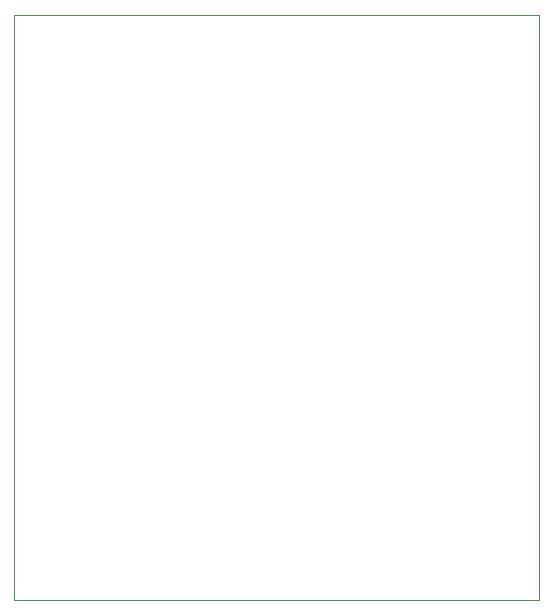
<source format=gbr>
%TF.GenerationSoftware,KiCad,Pcbnew,(6.0.6)*%
%TF.CreationDate,2023-03-15T14:04:20+01:00*%
%TF.ProjectId,Shield_D_port_,53686965-6c64-45f4-94e9-706f7274e92e,rev?*%
%TF.SameCoordinates,Original*%
%TF.FileFunction,Profile,NP*%
%FSLAX46Y46*%
G04 Gerber Fmt 4.6, Leading zero omitted, Abs format (unit mm)*
G04 Created by KiCad (PCBNEW (6.0.6)) date 2023-03-15 14:04:20*
%MOMM*%
%LPD*%
G01*
G04 APERTURE LIST*
%TA.AperFunction,Profile*%
%ADD10C,0.100000*%
%TD*%
G04 APERTURE END LIST*
D10*
X97790000Y-80010000D02*
X142240000Y-80010000D01*
X142240000Y-80010000D02*
X142240000Y-129540000D01*
X142240000Y-129540000D02*
X97790000Y-129540000D01*
X97790000Y-129540000D02*
X97790000Y-80010000D01*
M02*

</source>
